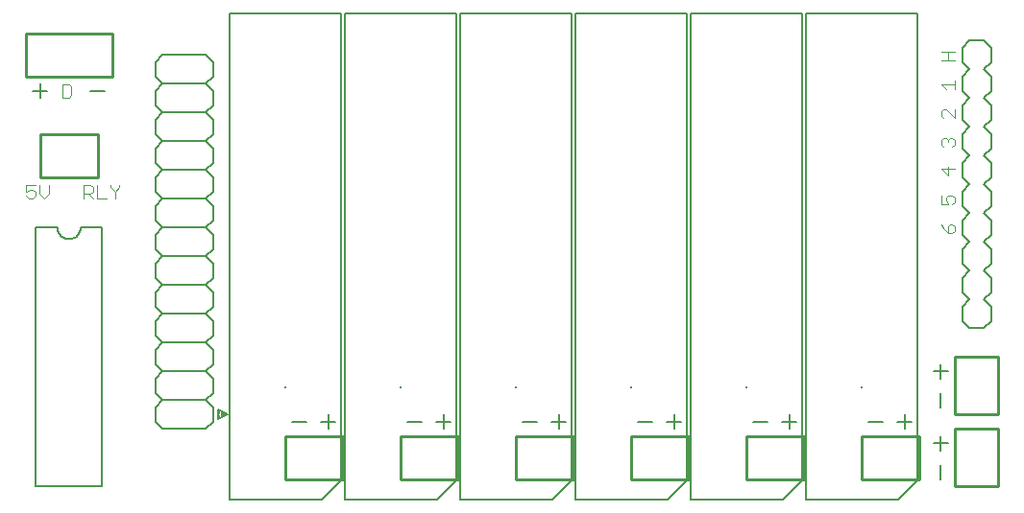
<source format=gto>
G75*
G70*
%OFA0B0*%
%FSLAX24Y24*%
%IPPOS*%
%LPD*%
%AMOC8*
5,1,8,0,0,1.08239X$1,22.5*
%
%ADD10C,0.0060*%
%ADD11C,0.0100*%
%ADD12C,0.0050*%
%ADD13C,0.0040*%
%ADD14C,0.0080*%
%ADD15R,0.0100X0.0200*%
%ADD16R,0.0050X0.0150*%
%ADD17R,0.0100X0.0100*%
%ADD18R,0.0098X0.0098*%
D10*
X001700Y000633D02*
X004000Y000633D01*
X004000Y009633D01*
X003250Y009633D01*
X003248Y009594D01*
X003242Y009555D01*
X003233Y009517D01*
X003220Y009480D01*
X003203Y009444D01*
X003183Y009411D01*
X003159Y009379D01*
X003133Y009350D01*
X003104Y009324D01*
X003072Y009300D01*
X003039Y009280D01*
X003003Y009263D01*
X002966Y009250D01*
X002928Y009241D01*
X002889Y009235D01*
X002850Y009233D01*
X002811Y009235D01*
X002772Y009241D01*
X002734Y009250D01*
X002697Y009263D01*
X002661Y009280D01*
X002628Y009300D01*
X002596Y009324D01*
X002567Y009350D01*
X002541Y009379D01*
X002517Y009411D01*
X002497Y009444D01*
X002480Y009480D01*
X002467Y009517D01*
X002458Y009555D01*
X002452Y009594D01*
X002450Y009633D01*
X001700Y009633D01*
X001700Y000633D01*
X033850Y006383D02*
X034100Y006133D01*
X034600Y006133D01*
X034850Y006383D01*
X034850Y006883D01*
X034600Y007133D01*
X034850Y007383D01*
X034850Y007883D01*
X034600Y008133D01*
X034850Y008383D01*
X034850Y008883D01*
X034600Y009133D01*
X034850Y009383D01*
X034850Y009883D01*
X034600Y010133D01*
X034850Y010383D01*
X034850Y010883D01*
X034600Y011133D01*
X034850Y011383D01*
X034850Y011883D01*
X034600Y012133D01*
X034850Y012383D01*
X034850Y012883D01*
X034600Y013133D01*
X034850Y013383D01*
X034850Y013883D01*
X034600Y014133D01*
X034850Y014383D01*
X034850Y014883D01*
X034600Y015133D01*
X034850Y015383D01*
X034850Y015883D01*
X034600Y016133D01*
X034100Y016133D01*
X033850Y015883D01*
X033850Y015383D01*
X034100Y015133D01*
X033850Y014883D01*
X033850Y014383D01*
X034100Y014133D01*
X033850Y013883D01*
X033850Y013383D01*
X034100Y013133D01*
X033850Y012883D01*
X033850Y012383D01*
X034100Y012133D01*
X033850Y011883D01*
X033850Y011383D01*
X034100Y011133D01*
X033850Y010883D01*
X033850Y010383D01*
X034100Y010133D01*
X033850Y009883D01*
X033850Y009383D01*
X034100Y009133D01*
X033850Y008883D01*
X033850Y008383D01*
X034100Y008133D01*
X033850Y007883D01*
X033850Y007383D01*
X034100Y007133D01*
X033850Y006883D01*
X033850Y006383D01*
D11*
X033600Y005133D02*
X035100Y005133D01*
X035100Y003133D01*
X033600Y003133D01*
X033600Y005133D01*
X033600Y002633D02*
X035100Y002633D01*
X035100Y000633D01*
X033600Y000633D01*
X033600Y002633D01*
X032350Y002383D02*
X032350Y000883D01*
X030350Y000883D01*
X030350Y002383D01*
X032350Y002383D01*
X028350Y002383D02*
X028350Y000883D01*
X026350Y000883D01*
X026350Y002383D01*
X028350Y002383D01*
X024350Y002383D02*
X024350Y000883D01*
X022350Y000883D01*
X022350Y002383D01*
X024350Y002383D01*
X020350Y002383D02*
X020350Y000883D01*
X018350Y000883D01*
X018350Y002383D01*
X020350Y002383D01*
X016350Y002383D02*
X016350Y000883D01*
X014350Y000883D01*
X014350Y002383D01*
X016350Y002383D01*
X012350Y002383D02*
X012350Y000883D01*
X010350Y000883D01*
X010350Y002383D01*
X012350Y002383D01*
X003850Y011383D02*
X001850Y011383D01*
X001850Y012883D01*
X003850Y012883D01*
X003850Y011383D01*
X004350Y014883D02*
X001350Y014883D01*
X001350Y016383D01*
X004350Y016383D01*
X004350Y014883D01*
D12*
X004100Y014383D02*
X003600Y014383D01*
X002100Y014383D02*
X001600Y014383D01*
X001850Y014633D02*
X001850Y014133D01*
X011850Y003133D02*
X011850Y002633D01*
X012100Y002883D02*
X011600Y002883D01*
X011100Y002883D02*
X010600Y002883D01*
X014600Y002883D02*
X015100Y002883D01*
X015600Y002883D02*
X016100Y002883D01*
X015850Y002633D02*
X015850Y003133D01*
X018600Y002883D02*
X019100Y002883D01*
X019600Y002883D02*
X020100Y002883D01*
X019850Y002633D02*
X019850Y003133D01*
X022600Y002883D02*
X023100Y002883D01*
X023600Y002883D02*
X024100Y002883D01*
X023850Y002633D02*
X023850Y003133D01*
X026600Y002883D02*
X027100Y002883D01*
X027600Y002883D02*
X028100Y002883D01*
X027850Y002633D02*
X027850Y003133D01*
X030600Y002883D02*
X031100Y002883D01*
X031600Y002883D02*
X032100Y002883D01*
X031850Y002633D02*
X031850Y003133D01*
X033100Y003383D02*
X033100Y003883D01*
X033100Y004383D02*
X033100Y004883D01*
X033350Y004633D02*
X032850Y004633D01*
X033100Y002383D02*
X033100Y001883D01*
X033350Y002133D02*
X032850Y002133D01*
X033100Y001383D02*
X033100Y000883D01*
D13*
X033350Y009443D02*
X033350Y009673D01*
X033427Y009750D01*
X033503Y009750D01*
X033580Y009673D01*
X033580Y009520D01*
X033503Y009443D01*
X033350Y009443D01*
X033196Y009596D01*
X033120Y009750D01*
X033120Y010443D02*
X033350Y010443D01*
X033273Y010596D01*
X033273Y010673D01*
X033350Y010750D01*
X033503Y010750D01*
X033580Y010673D01*
X033580Y010520D01*
X033503Y010443D01*
X033120Y010443D02*
X033120Y010750D01*
X033350Y011443D02*
X033350Y011750D01*
X033580Y011673D02*
X033120Y011673D01*
X033350Y011443D01*
X033503Y012443D02*
X033580Y012520D01*
X033580Y012673D01*
X033503Y012750D01*
X033427Y012750D01*
X033350Y012673D01*
X033350Y012596D01*
X033350Y012673D02*
X033273Y012750D01*
X033196Y012750D01*
X033120Y012673D01*
X033120Y012520D01*
X033196Y012443D01*
X033196Y013443D02*
X033120Y013520D01*
X033120Y013673D01*
X033196Y013750D01*
X033273Y013750D01*
X033580Y013443D01*
X033580Y013750D01*
X033580Y014443D02*
X033580Y014750D01*
X033580Y014596D02*
X033120Y014596D01*
X033273Y014443D01*
X033350Y015443D02*
X033350Y015750D01*
X033120Y015750D02*
X033580Y015750D01*
X033580Y015443D02*
X033120Y015443D01*
X004598Y011114D02*
X004598Y011037D01*
X004444Y010884D01*
X004444Y010653D01*
X004137Y010653D02*
X003830Y010653D01*
X003830Y011114D01*
X003677Y011037D02*
X003600Y011114D01*
X003370Y011114D01*
X003370Y010653D01*
X003370Y010807D02*
X003600Y010807D01*
X003677Y010884D01*
X003677Y011037D01*
X003523Y010807D02*
X003677Y010653D01*
X004291Y011037D02*
X004444Y010884D01*
X004291Y011037D02*
X004291Y011114D01*
X002137Y011114D02*
X002137Y010807D01*
X001984Y010653D01*
X001830Y010807D01*
X001830Y011114D01*
X001677Y011114D02*
X001370Y011114D01*
X001370Y010884D01*
X001523Y010960D01*
X001600Y010960D01*
X001677Y010884D01*
X001677Y010730D01*
X001600Y010653D01*
X001447Y010653D01*
X001370Y010730D01*
X002620Y014153D02*
X002850Y014153D01*
X002927Y014230D01*
X002927Y014537D01*
X002850Y014614D01*
X002620Y014614D01*
X002620Y014153D01*
D14*
X005850Y014383D02*
X005850Y013883D01*
X006100Y013633D01*
X007600Y013633D01*
X007850Y013383D01*
X007850Y012883D01*
X007600Y012633D01*
X006100Y012633D01*
X005850Y012883D01*
X005850Y013383D01*
X006100Y013633D01*
X005850Y014383D02*
X006100Y014633D01*
X007600Y014633D01*
X007850Y014383D01*
X007850Y013883D01*
X007600Y013633D01*
X007600Y012633D02*
X007850Y012383D01*
X007850Y011883D01*
X007600Y011633D01*
X006100Y011633D01*
X005850Y011883D01*
X005850Y012383D01*
X006100Y012633D01*
X006100Y011633D02*
X005850Y011383D01*
X005850Y010883D01*
X006100Y010633D01*
X007600Y010633D01*
X007850Y010383D01*
X007850Y009883D01*
X007600Y009633D01*
X006100Y009633D01*
X005850Y009883D01*
X005850Y010383D01*
X006100Y010633D01*
X007600Y010633D02*
X007850Y010883D01*
X007850Y011383D01*
X007600Y011633D01*
X007600Y009633D02*
X007850Y009383D01*
X007850Y008883D01*
X007600Y008633D01*
X007850Y008383D01*
X007850Y007883D01*
X007600Y007633D01*
X006100Y007633D01*
X005850Y007883D01*
X005850Y008383D01*
X006100Y008633D01*
X007600Y008633D01*
X007600Y007633D02*
X007850Y007383D01*
X007850Y006883D01*
X007600Y006633D01*
X006100Y006633D01*
X005850Y006883D01*
X005850Y007383D01*
X006100Y007633D01*
X006100Y006633D02*
X005850Y006383D01*
X005850Y005883D01*
X006100Y005633D01*
X007600Y005633D01*
X007850Y005883D01*
X007850Y006383D01*
X007600Y006633D01*
X007600Y005633D02*
X007850Y005383D01*
X007850Y004883D01*
X007600Y004633D01*
X006100Y004633D01*
X005850Y004883D01*
X005850Y005383D01*
X006100Y005633D01*
X006100Y004633D02*
X005850Y004383D01*
X005850Y003883D01*
X006100Y003633D01*
X007600Y003633D01*
X007850Y003883D01*
X007850Y004383D01*
X007600Y004633D01*
X007600Y003633D02*
X007850Y003383D01*
X007850Y002883D01*
X007600Y002633D01*
X006100Y002633D01*
X005850Y002883D01*
X005850Y003383D01*
X006100Y003633D01*
X008020Y003303D02*
X008020Y002963D01*
X008350Y003133D01*
X008250Y003133D01*
X008350Y003133D02*
X008020Y003303D01*
X011610Y000177D02*
X012279Y000846D01*
X012279Y017090D01*
X008421Y017090D01*
X008421Y000177D01*
X011610Y000177D01*
X012421Y000177D02*
X015610Y000177D01*
X016279Y000846D01*
X016279Y017090D01*
X012421Y017090D01*
X012421Y000177D01*
X016421Y000177D02*
X019610Y000177D01*
X020279Y000846D01*
X020279Y017090D01*
X016421Y017090D01*
X016421Y000177D01*
X020421Y000177D02*
X023610Y000177D01*
X024279Y000846D01*
X024279Y017090D01*
X020421Y017090D01*
X020421Y000177D01*
X024421Y000177D02*
X027610Y000177D01*
X028279Y000846D01*
X028279Y017090D01*
X024421Y017090D01*
X024421Y000177D01*
X028421Y000177D02*
X031610Y000177D01*
X032279Y000846D01*
X032279Y017090D01*
X028421Y017090D01*
X028421Y000177D01*
X006100Y008633D02*
X005850Y008883D01*
X005850Y009383D01*
X006100Y009633D01*
X006100Y014633D02*
X005850Y014883D01*
X005850Y015383D01*
X006100Y015633D01*
X007600Y015633D01*
X007850Y015383D01*
X007850Y014883D01*
X007600Y014633D01*
D15*
X008140Y003133D03*
D16*
X008065Y003058D03*
X008065Y003208D03*
D17*
X008220Y003133D03*
D18*
X010350Y004084D03*
X014350Y004084D03*
X018350Y004084D03*
X022350Y004084D03*
X026350Y004084D03*
X030350Y004084D03*
M02*

</source>
